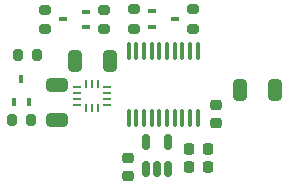
<source format=gbr>
%TF.GenerationSoftware,KiCad,Pcbnew,(6.0.0)*%
%TF.CreationDate,2022-01-22T14:10:52-08:00*%
%TF.ProjectId,elevation-imu,656c6576-6174-4696-9f6e-2d696d752e6b,rev?*%
%TF.SameCoordinates,Original*%
%TF.FileFunction,Paste,Top*%
%TF.FilePolarity,Positive*%
%FSLAX46Y46*%
G04 Gerber Fmt 4.6, Leading zero omitted, Abs format (unit mm)*
G04 Created by KiCad (PCBNEW (6.0.0)) date 2022-01-22 14:10:52*
%MOMM*%
%LPD*%
G01*
G04 APERTURE LIST*
G04 Aperture macros list*
%AMRoundRect*
0 Rectangle with rounded corners*
0 $1 Rounding radius*
0 $2 $3 $4 $5 $6 $7 $8 $9 X,Y pos of 4 corners*
0 Add a 4 corners polygon primitive as box body*
4,1,4,$2,$3,$4,$5,$6,$7,$8,$9,$2,$3,0*
0 Add four circle primitives for the rounded corners*
1,1,$1+$1,$2,$3*
1,1,$1+$1,$4,$5*
1,1,$1+$1,$6,$7*
1,1,$1+$1,$8,$9*
0 Add four rect primitives between the rounded corners*
20,1,$1+$1,$2,$3,$4,$5,0*
20,1,$1+$1,$4,$5,$6,$7,0*
20,1,$1+$1,$6,$7,$8,$9,0*
20,1,$1+$1,$8,$9,$2,$3,0*%
G04 Aperture macros list end*
%ADD10RoundRect,0.150000X0.150000X-0.512500X0.150000X0.512500X-0.150000X0.512500X-0.150000X-0.512500X0*%
%ADD11RoundRect,0.100000X-0.100000X0.637500X-0.100000X-0.637500X0.100000X-0.637500X0.100000X0.637500X0*%
%ADD12R,0.250000X0.675000*%
%ADD13R,0.675000X0.250000*%
%ADD14RoundRect,0.200000X0.200000X0.275000X-0.200000X0.275000X-0.200000X-0.275000X0.200000X-0.275000X0*%
%ADD15RoundRect,0.200000X-0.200000X-0.275000X0.200000X-0.275000X0.200000X0.275000X-0.200000X0.275000X0*%
%ADD16RoundRect,0.200000X0.275000X-0.200000X0.275000X0.200000X-0.275000X0.200000X-0.275000X-0.200000X0*%
%ADD17RoundRect,0.200000X-0.275000X0.200000X-0.275000X-0.200000X0.275000X-0.200000X0.275000X0.200000X0*%
%ADD18R,0.450000X0.700000*%
%ADD19R,0.700000X0.450000*%
%ADD20RoundRect,0.225000X-0.250000X0.225000X-0.250000X-0.225000X0.250000X-0.225000X0.250000X0.225000X0*%
%ADD21RoundRect,0.225000X-0.225000X-0.250000X0.225000X-0.250000X0.225000X0.250000X-0.225000X0.250000X0*%
%ADD22RoundRect,0.225000X0.250000X-0.225000X0.250000X0.225000X-0.250000X0.225000X-0.250000X-0.225000X0*%
%ADD23RoundRect,0.250000X0.325000X0.650000X-0.325000X0.650000X-0.325000X-0.650000X0.325000X-0.650000X0*%
%ADD24RoundRect,0.250000X-0.650000X0.325000X-0.650000X-0.325000X0.650000X-0.325000X0.650000X0.325000X0*%
G04 APERTURE END LIST*
D10*
%TO.C,U3*%
X123550000Y-122637500D03*
X124500000Y-122637500D03*
X125450000Y-122637500D03*
X125450000Y-120362500D03*
X123550000Y-120362500D03*
%TD*%
D11*
%TO.C,U2*%
X127925000Y-112637500D03*
X127275000Y-112637500D03*
X126625000Y-112637500D03*
X125975000Y-112637500D03*
X125325000Y-112637500D03*
X124675000Y-112637500D03*
X124025000Y-112637500D03*
X123375000Y-112637500D03*
X122725000Y-112637500D03*
X122075000Y-112637500D03*
X122075000Y-118362500D03*
X122725000Y-118362500D03*
X123375000Y-118362500D03*
X124025000Y-118362500D03*
X124675000Y-118362500D03*
X125325000Y-118362500D03*
X125975000Y-118362500D03*
X126625000Y-118362500D03*
X127275000Y-118362500D03*
X127925000Y-118362500D03*
%TD*%
D12*
%TO.C,U1*%
X119000000Y-117512500D03*
X119500000Y-117512500D03*
X118500000Y-117512500D03*
X119500000Y-115487500D03*
X119000000Y-115487500D03*
X118500000Y-115487500D03*
D13*
X120262500Y-117250000D03*
X120262500Y-116750000D03*
X120262500Y-116250000D03*
X120262500Y-115750000D03*
X117737500Y-115750000D03*
X117737500Y-116250000D03*
X117737500Y-116750000D03*
X117737500Y-117250000D03*
%TD*%
D14*
%TO.C,R6*%
X114325000Y-113000000D03*
X112675000Y-113000000D03*
%TD*%
D15*
%TO.C,R5*%
X112175000Y-118500000D03*
X113825000Y-118500000D03*
%TD*%
D16*
%TO.C,R4*%
X115000000Y-109175000D03*
X115000000Y-110825000D03*
%TD*%
%TO.C,R3*%
X120000000Y-110825000D03*
X120000000Y-109175000D03*
%TD*%
D17*
%TO.C,R2*%
X127550000Y-109125000D03*
X127550000Y-110775000D03*
%TD*%
%TO.C,R1*%
X122550000Y-110775000D03*
X122550000Y-109125000D03*
%TD*%
D18*
%TO.C,Q3*%
X112350000Y-117000000D03*
X113650000Y-117000000D03*
X113000000Y-115000000D03*
%TD*%
D19*
%TO.C,Q2*%
X116500000Y-110000000D03*
X118500000Y-109350000D03*
X118500000Y-110650000D03*
%TD*%
%TO.C,Q1*%
X124050000Y-109300000D03*
X124050000Y-110600000D03*
X126050000Y-109950000D03*
%TD*%
D20*
%TO.C,C7*%
X122000000Y-121725000D03*
X122000000Y-123275000D03*
%TD*%
D21*
%TO.C,C6*%
X127225000Y-121000000D03*
X128775000Y-121000000D03*
%TD*%
%TO.C,C5*%
X127225000Y-122500000D03*
X128775000Y-122500000D03*
%TD*%
D22*
%TO.C,C4*%
X129500000Y-118775000D03*
X129500000Y-117225000D03*
%TD*%
D23*
%TO.C,C3*%
X134475000Y-116000000D03*
X131525000Y-116000000D03*
%TD*%
%TO.C,C2*%
X120475000Y-113500000D03*
X117525000Y-113500000D03*
%TD*%
D24*
%TO.C,C1*%
X116000000Y-118475000D03*
X116000000Y-115525000D03*
%TD*%
M02*

</source>
